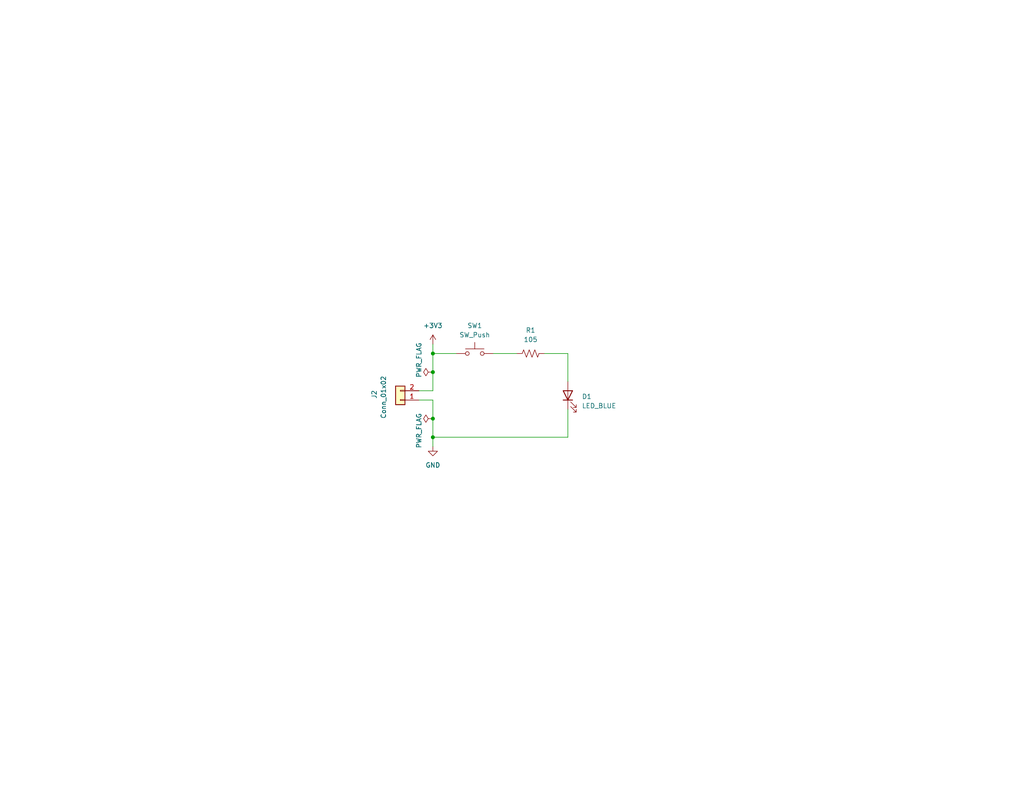
<source format=kicad_sch>
(kicad_sch (version 20231120) (generator "eeschema") (generator_version "8.0")
  (paper "USLetter")
  (title_block (title "Project 1") (date "2022-08-16") (rev "0.0") (company "Illini Solar Car") (comment 1 "Designed By: Joseph Wang"))
  (lib_symbols
    (symbol "Connector_Generic:Conn_01x02" (pin_names (offset 1.016) hide)
      (property "Reference" "J" (at 0 2.54 0))
      (property "Value" "Conn_01x02" (at 0 -5.08 0))
      (symbol "Conn_01x02_1_1"
        (rectangle (start -1.27 -2.413) (end 0 -2.667) (stroke (width 0.1524)))
        (rectangle (start -1.27 0.127) (end 0 -0.127) (stroke (width 0.1524)))
        (rectangle (start -1.27 1.27) (end 1.27 -3.81) (stroke (width 0.254)) (fill (type background)))
        (pin passive line (at -5.08 0 0) (length 3.81) (name "Pin_1") (number "1"))
        (pin passive line (at -5.08 -2.54 0) (length 3.81) (name "Pin_2") (number "2"))
      )
    )
    (symbol "Device:LED" (pin_numbers hide) (pin_names (offset 1.016) hide)
      (property "Reference" "D" (at 0 2.54 0))
      (property "Value" "LED" (at 0 -2.54 0))
      (symbol "LED_0_1"
        (polyline (pts (xy -1.27 -1.27) (xy -1.27 1.27)) (stroke (width 0.254)))
        (polyline (pts (xy -1.27 0) (xy 1.27 0)))
        (polyline (pts (xy 1.27 -1.27) (xy 1.27 1.27) (xy -1.27 0) (xy 1.27 -1.27)) (stroke (width 0.254)))
        (polyline (pts (xy -3.048 -0.762) (xy -4.572 -2.286) (xy -3.81 -2.286) (xy -4.572 -2.286) (xy -4.572 -1.524)))
        (polyline (pts (xy -1.778 -0.762) (xy -3.302 -2.286) (xy -2.54 -2.286) (xy -3.302 -2.286) (xy -3.302 -1.524)))
      )
      (symbol "LED_1_1"
        (pin passive line (at -3.81 0 0) (length 2.54) (name "K") (number "1"))
        (pin passive line (at 3.81 0 180) (length 2.54) (name "A") (number "2"))
      )
    )
    (symbol "Device:R_US" (pin_numbers hide) (pin_names (offset 0))
      (property "Reference" "R" (at 2.54 0 90))
      (property "Value" "R_US" (at -2.54 0 90))
      (symbol "R_US_0_1"
        (polyline (pts (xy 0 -2.286) (xy 0 -2.54)))
        (polyline (pts (xy 0 2.286) (xy 0 2.54)))
        (polyline (pts (xy 0 -0.762) (xy 1.016 -1.143) (xy 0 -1.524) (xy -1.016 -1.905) (xy 0 -2.286)))
        (polyline (pts (xy 0 0.762) (xy 1.016 0.381) (xy 0 0) (xy -1.016 -0.381) (xy 0 -0.762)))
        (polyline (pts (xy 0 2.286) (xy 1.016 1.905) (xy 0 1.524) (xy -1.016 1.143) (xy 0 0.762)))
      )
      (symbol "R_US_1_1"
        (pin passive line (at 0 3.81 270) (length 1.27) (name "~") (number "1"))
        (pin passive line (at 0 -3.81 90) (length 1.27) (name "~") (number "2"))
      )
    )
    (symbol "Switch:SW_Push" (pin_numbers hide) (pin_names (offset 1.016) hide)
      (property "Reference" "SW" (at 1.27 2.54 0))
      (property "Value" "SW_Push" (at 0 -1.524 0))
      (symbol "SW_Push_0_1"
        (circle (center -2.032 0) (radius 0.508))
        (polyline (pts (xy 0 1.27) (xy 0 3.048)))
        (polyline (pts (xy 2.54 1.27) (xy -2.54 1.27)))
        (circle (center 2.032 0) (radius 0.508))
        (pin passive line (at -5.08 0 0) (length 2.54) (name "1") (number "1"))
        (pin passive line (at 5.08 0 180) (length 2.54) (name "2") (number "2"))
      )
    )
    (symbol "power:+3V3" (power) (pin_names (offset 0))
      (property "Value" "+3V3" (at 0 3.556 0))
      (symbol "+3V3_0_1"
        (polyline (pts (xy -0.762 1.27) (xy 0 2.54)))
        (polyline (pts (xy 0 0) (xy 0 2.54)))
        (polyline (pts (xy 0 2.54) (xy 0.762 1.27)))
      )
      (symbol "+3V3_1_1"
        (pin power_in line (at 0 0 90) (length 0) hide (name "+3V3") (number "1"))
      )
    )
    (symbol "power:GND" (power) (pin_names (offset 0))
      (property "Value" "GND" (at 0 -3.81 0))
      (symbol "GND_0_1"
        (polyline (pts (xy 0 0) (xy 0 -1.27) (xy 1.27 -1.27) (xy 0 -2.54) (xy -1.27 -1.27) (xy 0 -1.27)))
      )
      (symbol "GND_1_1"
        (pin power_in line (at 0 0 270) (length 0) hide (name "GND") (number "1"))
      )
    )
    (symbol "power:PWR_FLAG" (power) (pin_numbers hide) (pin_names (offset 0) hide)
      (property "Value" "PWR_FLAG" (at 0 3.81 0))
      (symbol "PWR_FLAG_0_0"
        (pin power_out line (at 0 0 90) (length 0) (name "pwr") (number "1"))
      )
      (symbol "PWR_FLAG_0_1"
        (polyline (pts (xy 0 0) (xy 0 1.27) (xy -1.016 1.905) (xy 0 2.54) (xy 1.016 1.905) (xy 0 1.27)))
      )
    )
  )
  (junction (at 118.11 114.3))
  (junction (at 118.11 96.52))
  (junction (at 118.11 119.38))
  (junction (at 118.11 101.6))
  (wire (pts (xy 134.62 96.52) (xy 140.97 96.52)))
  (wire (pts (xy 118.11 96.52) (xy 124.46 96.52)))
  (wire (pts (xy 118.11 119.38) (xy 154.94 119.38)))
  (wire (pts (xy 118.11 101.6) (xy 118.11 106.68)))
  (wire (pts (xy 118.11 96.52) (xy 118.11 101.6)))
  (wire (pts (xy 118.11 93.98) (xy 118.11 96.52)))
  (wire (pts (xy 148.59 96.52) (xy 154.94 96.52)))
  (wire (pts (xy 114.3 109.22) (xy 118.11 109.22)))
  (wire (pts (xy 118.11 114.3) (xy 118.11 119.38)))
  (wire (pts (xy 154.94 111.76) (xy 154.94 119.38)))
  (wire (pts (xy 118.11 121.92) (xy 118.11 119.38)))
  (wire (pts (xy 114.3 106.68) (xy 118.11 106.68)))
  (wire (pts (xy 118.11 109.22) (xy 118.11 114.3)))
  (wire (pts (xy 154.94 96.52) (xy 154.94 104.14)))
  (symbol (lib_id "power:+3V3") (at 118.11 93.98 0) (unit 1)
    (property "Reference" "#PWR01" (effects (hide yes)))
    (property "Value" "+3V3" (at 118.11 88.9 0))
    (property "Description" "Power symbol creates a global label with name \"+3V3\"" (effects (hide yes)))
  )
  (symbol (lib_id "Device:LED") (at 154.94 107.95 90) (unit 1)
    (property "Reference" "D1" (at 158.75 108.2674 90) (effects (justify right)))
    (property "Value" "LED_BLUE" (at 158.75 110.8074 90) (effects (justify right)))
    (property "Footprint" "layout:LED_0603_Symbol_on_F.SilkS" (effects (hide yes)))
    (property "Description" "Light emitting diode" (effects (hide yes)))
  )
  (symbol (lib_id "power:PWR_FLAG") (at 118.11 114.3 90) (unit 1)
    (property "Reference" "#FLG02" (effects (hide yes)))
    (property "Value" "PWR_FLAG" (at 114.3 122.428 0) (effects (justify left)))
    (property "Description" "Special symbol for telling ERC where power comes from" (effects (hide yes)))
  )
  (symbol (lib_id "power:PWR_FLAG") (at 118.11 101.6 90) (unit 1)
    (property "Reference" "#FLG01" (effects (hide yes)))
    (property "Value" "PWR_FLAG" (at 114.3 103.124 0) (effects (justify left)))
    (property "Description" "Special symbol for telling ERC where power comes from" (effects (hide yes)))
  )
  (symbol (lib_id "Device:R_US") (at 144.78 96.52 270) (unit 1)
    (property "Reference" "R1" (at 144.78 90.17 90))
    (property "Value" "105" (at 144.78 92.71 90))
    (property "Footprint" "Resistor_SMD:R_0603_1608Metric_Pad0.98x0.95mm_HandSolder" (effects (hide yes)))
    (property "Description" "Resistor, US symbol" (effects (hide yes)))
  )
  (symbol (lib_id "Connector_Generic:Conn_01x02") (at 109.22 109.22 180) (unit 1)
    (property "Reference" "J2" (at 102.108 107.696 90))
    (property "Value" "Conn_01x02" (at 104.648 108.458 90))
    (property "Footprint" "Connector_Molex:Molex_KK-254_AE-6410-02A_1x02_P2.54mm_Vertical" (effects (hide yes)))
    (property "Datasheet" "https://www.molex.com/content/dam/molex/molex-dot-com/products/automated/en-us/salesdrawingpdf/641/6410/022272021_sd.pdf?inline" (effects (hide yes)))
    (property "Description" "Generic connector, single row, 01x02, script generated (kicad-library-utils/schlib/autogen/connector/)" (effects (hide yes)))
    (property "MPN" "022272021" (effects (hide yes)))
  )
  (symbol (lib_id "Switch:SW_Push") (at 129.54 96.52 0) (unit 1)
    (property "Reference" "SW1" (at 129.54 88.9 0))
    (property "Value" "SW_Push" (at 129.54 91.44 0))
    (property "Footprint" "Button_Switch_SMD:SW_DIP_SPSTx01_Slide_6.7x4.1mm_W8.61mm_P2.54mm_LowProfile" (effects (hide yes)))
    (property "Datasheet" "https://www.te.com/commerce/DocumentDelivery/DDEController?Action=srchrtrv&DocNm=1308111-1_SWITCHES_CORE_PROGRAM_CATALOG&DocType=Catalog%20Section&DocLang=English&DocFormat=pdf&PartCntxt=1825910-6" (effects (hide yes)))
    (property "Description" "Push button switch, generic, two pins" (effects (hide yes)))
    (property "MPN" "1825910-6" (effects (hide yes)))
  )
  (symbol (lib_id "power:GND") (at 118.11 121.92 0) (unit 1)
    (property "Reference" "#PWR02" (effects (hide yes)))
    (property "Value" "GND" (at 118.11 127 0))
    (property "Description" "Power symbol creates a global label with name \"GND\" , ground" (effects (hide yes)))
  )
)
</source>
